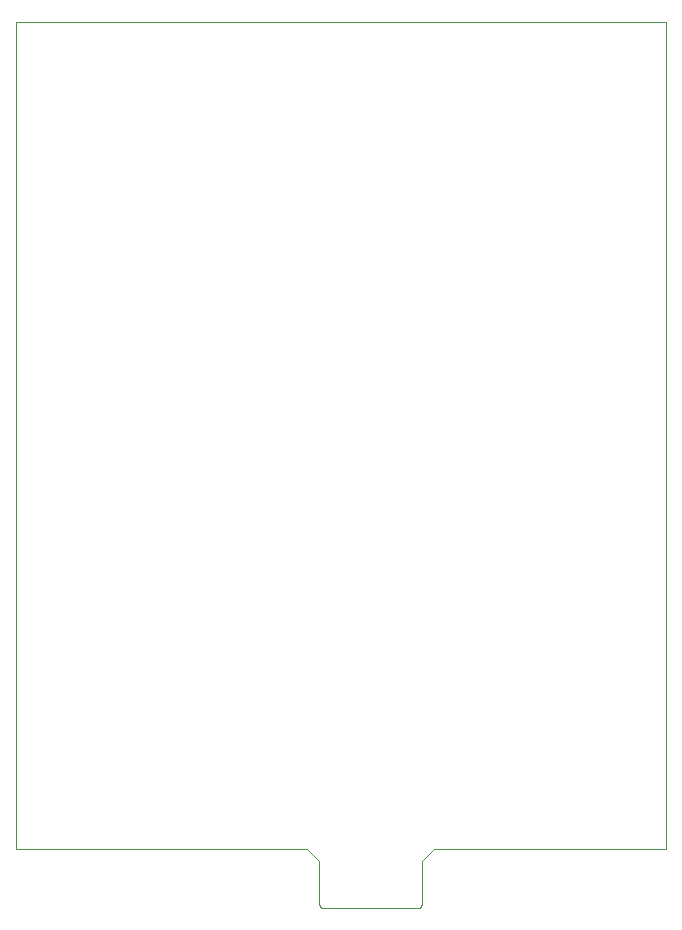
<source format=gko>
%FSLAX46Y46*%
%MOMM*%
%ADD10C,0.010000*%
G01*
G01*
%LPD*%
D10*
X-30000000Y5000000D02*
X-5350000Y5000000D01*
D10*
X-5350000Y5000000D02*
X-4350000Y4000000D01*
D10*
X-4350000Y4000000D02*
X-4350000Y300000D01*
D10*
X-4350000Y300000D02*
X-4200000Y0D01*
D10*
X-4200000Y0D02*
X4200000Y0D01*
D10*
X4200000Y0D02*
X4350000Y300000D01*
D10*
X4350000Y300000D02*
X4350000Y4000000D01*
D10*
X4350000Y4000000D02*
X5350000Y5000000D01*
D10*
X5350000Y5000000D02*
X25000000Y5000000D01*
D10*
X25000000Y5000000D02*
X25000000Y75000000D01*
D10*
X25000000Y75000000D02*
X-30000000Y75000000D01*
D10*
X-30000000Y75000000D02*
X-30000000Y5000000D01*
G75*
M02*

</source>
